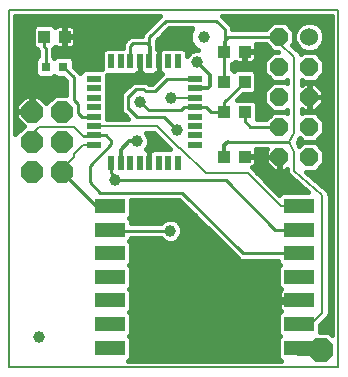
<source format=gtl>
G75*
G70*
%OFA0B0*%
%FSLAX24Y24*%
%IPPOS*%
%LPD*%
%AMOC8*
5,1,8,0,0,1.08239X$1,22.5*
%
%ADD10C,0.0080*%
%ADD11R,0.1000X0.0500*%
%ADD12OC8,0.0740*%
%ADD13C,0.0600*%
%ADD14OC8,0.0600*%
%ADD15R,0.0315X0.0315*%
%ADD16R,0.0394X0.0433*%
%ADD17R,0.0433X0.0394*%
%ADD18R,0.0220X0.0500*%
%ADD19R,0.0500X0.0220*%
%ADD20C,0.0394*%
%ADD21OC8,0.0827*%
%ADD22C,0.0100*%
%ADD23C,0.0120*%
%ADD24C,0.0396*%
%ADD25C,0.0160*%
%ADD26C,0.0400*%
D10*
X000730Y000780D02*
X011691Y000780D01*
X011691Y012682D01*
X000730Y012682D01*
X000730Y000780D01*
X002480Y007280D02*
X002480Y007380D01*
X002880Y007780D01*
X002880Y007878D01*
X003180Y008178D01*
X003540Y008178D01*
X003180Y008480D02*
X002880Y008780D01*
X001730Y008780D01*
X001480Y008530D01*
X003540Y008808D02*
X005652Y008808D01*
X006380Y008080D01*
X006430Y008080D01*
X007280Y007230D01*
X008682Y007230D01*
X009770Y006142D01*
X010380Y006142D01*
X011160Y006494D02*
X010230Y007303D01*
X010230Y007943D01*
X010063Y008280D01*
X010230Y008577D01*
X010230Y011100D01*
X009730Y011580D01*
X009730Y011780D01*
X006920Y009752D02*
X006898Y009730D01*
X006130Y009730D01*
X011160Y006494D02*
X011160Y002580D01*
X010785Y002205D01*
X010380Y002205D01*
D11*
X010380Y002205D03*
X010380Y001418D03*
X010380Y002993D03*
X010380Y003780D03*
X010380Y004567D03*
X010380Y005355D03*
X010380Y006142D03*
X004080Y006142D03*
X004080Y005355D03*
X004080Y004567D03*
X004080Y003780D03*
X004080Y002993D03*
X004080Y002205D03*
X004080Y001418D03*
D12*
X002480Y007280D03*
X002480Y008280D03*
X002480Y009280D03*
X001480Y009280D03*
X001480Y008280D03*
X001480Y007280D03*
D13*
X010730Y011780D03*
D14*
X010730Y010780D03*
X010730Y009780D03*
X010730Y008780D03*
X010730Y007780D03*
X009730Y007780D03*
X009730Y008780D03*
X009730Y009780D03*
X009730Y010780D03*
X009730Y011780D03*
D15*
X002525Y010780D03*
X001935Y010780D03*
D16*
X001895Y011780D03*
X002565Y011780D03*
X007895Y010280D03*
X008565Y010280D03*
D17*
X008565Y011280D03*
X007895Y011280D03*
X007895Y009280D03*
X008565Y009280D03*
X008565Y007780D03*
X007895Y007780D03*
D18*
X006332Y007590D03*
X006017Y007590D03*
X005702Y007590D03*
X005387Y007590D03*
X005073Y007590D03*
X004758Y007590D03*
X004443Y007590D03*
X004128Y007590D03*
X004128Y010970D03*
X004443Y010970D03*
X004758Y010970D03*
X005073Y010970D03*
X005387Y010970D03*
X005702Y010970D03*
X006017Y010970D03*
X006332Y010970D03*
D19*
X006920Y010382D03*
X006920Y010067D03*
X006920Y009752D03*
X006920Y009437D03*
X006920Y009123D03*
X006920Y008808D03*
X006920Y008493D03*
X006920Y008178D03*
X003540Y008178D03*
X003540Y008493D03*
X003540Y008808D03*
X003540Y009123D03*
X003540Y009437D03*
X003540Y009752D03*
X003540Y010067D03*
X003540Y010382D03*
D20*
X007230Y011780D03*
X001730Y001780D03*
D21*
X011130Y001330D03*
D22*
X010380Y004567D02*
X008517Y004567D01*
X006495Y006590D01*
X003740Y006590D01*
X003400Y006930D01*
X003400Y007470D01*
X004130Y008200D01*
X004130Y008320D01*
X003957Y008493D01*
X003540Y008493D01*
X003527Y008480D01*
X003180Y008480D01*
X003137Y009123D02*
X003030Y009230D01*
X003030Y009530D01*
X002880Y009680D01*
X002880Y010425D01*
X002525Y010780D01*
X001935Y010780D02*
X001935Y011414D01*
X001895Y011453D01*
X001895Y011780D01*
X003137Y009123D02*
X003540Y009123D01*
X004690Y009380D02*
X004700Y009380D01*
X004970Y009110D01*
X005880Y009110D01*
X005910Y009080D01*
X006310Y008680D01*
X006454Y009332D02*
X005385Y009332D01*
X005095Y009622D01*
X005270Y009960D02*
X005190Y010040D01*
X004950Y010040D01*
X004710Y009800D01*
X004690Y009800D01*
X004690Y009380D01*
X005270Y009960D02*
X005590Y009960D01*
X005990Y010360D01*
X006870Y010360D01*
X006920Y010382D01*
X006920Y009437D02*
X006560Y009437D01*
X006454Y009332D01*
X006920Y009437D02*
X007280Y009437D01*
X007437Y009280D01*
X007569Y009280D01*
X007895Y009280D01*
X007895Y009611D01*
X008565Y010280D01*
X007895Y010280D02*
X007895Y011280D01*
X007900Y011285D01*
X007900Y012040D01*
X007630Y012310D01*
X005940Y012310D01*
X005387Y011757D01*
X005387Y010970D01*
X005400Y010983D01*
X005400Y011460D01*
X005300Y011560D01*
X004840Y011560D01*
X004758Y011478D01*
X004758Y010970D01*
X007895Y011280D02*
X007895Y011647D01*
X008028Y011780D01*
X009730Y011780D01*
X008565Y009280D02*
X008565Y008973D01*
X008758Y008780D01*
X009730Y008780D01*
X010063Y008280D02*
X008018Y008280D01*
X007938Y006992D02*
X009575Y005355D01*
X010380Y005355D01*
X007938Y006992D02*
X004239Y006992D01*
X004239Y007118D01*
X004128Y007230D01*
X004128Y007590D01*
X003470Y006290D02*
X003780Y005980D01*
X003918Y005980D01*
X004080Y006142D01*
X003470Y006290D02*
X002480Y007280D01*
X001480Y008280D02*
X001480Y008530D01*
X003830Y005320D02*
X004070Y005320D01*
X004080Y005355D01*
X003830Y005320D02*
X006090Y005320D01*
D23*
X004443Y007590D02*
X004443Y008020D01*
X004721Y008299D01*
X004981Y008299D01*
X006920Y010067D02*
X007347Y010067D01*
X007410Y010130D01*
X007410Y010500D01*
X006980Y010930D01*
X008018Y008280D02*
X007895Y008157D01*
X007895Y007780D01*
X010380Y001418D02*
X010485Y001312D01*
X010485Y001280D01*
D24*
X006090Y005320D03*
X005300Y006050D03*
X004239Y006992D03*
X004981Y008299D03*
X005570Y008240D03*
X006310Y008680D03*
X006130Y009730D03*
X005095Y009622D03*
X004340Y010220D03*
X006980Y010930D03*
X009160Y011270D03*
X011240Y007140D03*
D25*
X011491Y007096D02*
X010834Y007096D01*
X011016Y006937D02*
X011491Y006937D01*
X011491Y006779D02*
X011198Y006779D01*
X011288Y006700D02*
X010622Y007280D01*
X010937Y007280D01*
X011230Y007573D01*
X011230Y007987D01*
X010937Y008280D01*
X011230Y008573D01*
X011230Y008987D01*
X010937Y009280D01*
X010523Y009280D01*
X010470Y009227D01*
X010470Y009389D01*
X010539Y009320D01*
X010720Y009320D01*
X010720Y009770D01*
X010740Y009770D01*
X010740Y009790D01*
X010720Y009790D01*
X010720Y010240D01*
X010539Y010240D01*
X010470Y010171D01*
X010470Y010333D01*
X010523Y010280D01*
X010937Y010280D01*
X011230Y010573D01*
X011230Y010987D01*
X010937Y011280D01*
X010523Y011280D01*
X010447Y011204D01*
X010434Y011236D01*
X010432Y011238D01*
X010431Y011240D01*
X010398Y011271D01*
X010366Y011303D01*
X010364Y011304D01*
X010158Y011501D01*
X010230Y011573D01*
X010230Y011987D01*
X009937Y012280D01*
X009523Y012280D01*
X009273Y012030D01*
X008150Y012030D01*
X008150Y012090D01*
X008112Y012182D01*
X008042Y012252D01*
X007812Y012482D01*
X011491Y012482D01*
X011491Y001837D01*
X011384Y001943D01*
X011080Y001943D01*
X011080Y002161D01*
X011296Y002377D01*
X011363Y002444D01*
X011400Y002532D01*
X011400Y006454D01*
X011402Y006463D01*
X011400Y006502D01*
X011400Y006541D01*
X011396Y006549D01*
X011396Y006558D01*
X011378Y006593D01*
X011363Y006630D01*
X011357Y006636D01*
X011353Y006643D01*
X011324Y006669D01*
X011296Y006697D01*
X011288Y006700D01*
X011367Y006620D02*
X011491Y006620D01*
X011491Y006462D02*
X011402Y006462D01*
X011400Y006303D02*
X011491Y006303D01*
X011491Y006145D02*
X011400Y006145D01*
X011400Y005986D02*
X011491Y005986D01*
X011491Y005828D02*
X011400Y005828D01*
X011400Y005669D02*
X011491Y005669D01*
X011491Y005511D02*
X011400Y005511D01*
X011400Y005352D02*
X011491Y005352D01*
X011491Y005194D02*
X011400Y005194D01*
X011400Y005035D02*
X011491Y005035D01*
X011491Y004877D02*
X011400Y004877D01*
X011400Y004718D02*
X011491Y004718D01*
X011491Y004560D02*
X011400Y004560D01*
X011400Y004401D02*
X011491Y004401D01*
X011491Y004243D02*
X011400Y004243D01*
X011400Y004084D02*
X011491Y004084D01*
X011491Y003926D02*
X011400Y003926D01*
X011400Y003767D02*
X011491Y003767D01*
X011491Y003609D02*
X011400Y003609D01*
X011400Y003450D02*
X011491Y003450D01*
X011491Y003292D02*
X011400Y003292D01*
X011400Y003133D02*
X011491Y003133D01*
X011491Y002975D02*
X011400Y002975D01*
X011400Y002816D02*
X011491Y002816D01*
X011491Y002658D02*
X011400Y002658D01*
X011386Y002499D02*
X011491Y002499D01*
X011491Y002341D02*
X011260Y002341D01*
X011296Y002377D02*
X011296Y002377D01*
X011101Y002182D02*
X011491Y002182D01*
X011491Y002024D02*
X011080Y002024D01*
X011462Y001865D02*
X011491Y001865D01*
X010335Y002948D02*
X010335Y003038D01*
X009720Y003038D01*
X009720Y003264D01*
X009731Y003304D01*
X009752Y003341D01*
X009769Y003358D01*
X009680Y003447D01*
X009680Y004113D01*
X009740Y004174D01*
X009680Y004235D01*
X009680Y004317D01*
X008467Y004317D01*
X008376Y004355D01*
X008305Y004426D01*
X006391Y006340D01*
X004780Y006340D01*
X004780Y005809D01*
X004720Y005749D01*
X004780Y005688D01*
X004780Y005570D01*
X005777Y005570D01*
X005864Y005658D01*
X006011Y005718D01*
X006169Y005718D01*
X006316Y005658D01*
X006428Y005546D01*
X006488Y005399D01*
X006488Y005241D01*
X006428Y005094D01*
X006316Y004982D01*
X006169Y004922D01*
X006011Y004922D01*
X005864Y004982D01*
X005777Y005070D01*
X004780Y005070D01*
X004780Y005022D01*
X004720Y004961D01*
X004780Y004900D01*
X004780Y004235D01*
X004720Y004174D01*
X004780Y004113D01*
X004780Y003447D01*
X004720Y003386D01*
X004780Y003325D01*
X004780Y002660D01*
X004720Y002599D01*
X004780Y002538D01*
X004780Y001872D01*
X004720Y001811D01*
X004780Y001751D01*
X004780Y001085D01*
X004675Y000980D01*
X009785Y000980D01*
X009680Y001085D01*
X009680Y001751D01*
X009740Y001811D01*
X009680Y001872D01*
X009680Y002538D01*
X009769Y002627D01*
X009752Y002644D01*
X009731Y002681D01*
X009720Y002722D01*
X009720Y002948D01*
X010335Y002948D01*
X010335Y002975D02*
X004780Y002975D01*
X004780Y003133D02*
X009720Y003133D01*
X009727Y003292D02*
X004780Y003292D01*
X004780Y003450D02*
X009680Y003450D01*
X009680Y003609D02*
X004780Y003609D01*
X004780Y003767D02*
X009680Y003767D01*
X009680Y003926D02*
X004780Y003926D01*
X004780Y004084D02*
X009680Y004084D01*
X009680Y004243D02*
X004780Y004243D01*
X004780Y004401D02*
X008330Y004401D01*
X008172Y004560D02*
X004780Y004560D01*
X004780Y004718D02*
X008013Y004718D01*
X007855Y004877D02*
X004780Y004877D01*
X004780Y005035D02*
X005812Y005035D01*
X006368Y005035D02*
X007696Y005035D01*
X007538Y005194D02*
X006469Y005194D01*
X006488Y005352D02*
X007379Y005352D01*
X007221Y005511D02*
X006442Y005511D01*
X006288Y005669D02*
X007062Y005669D01*
X006904Y005828D02*
X004780Y005828D01*
X004780Y005986D02*
X006745Y005986D01*
X006587Y006145D02*
X004780Y006145D01*
X004780Y006303D02*
X006428Y006303D01*
X005892Y005669D02*
X004780Y005669D01*
X005387Y007590D02*
X005387Y008000D01*
X005305Y008000D01*
X005276Y008030D01*
X005319Y008073D01*
X005380Y008220D01*
X005380Y008378D01*
X005319Y008524D01*
X005276Y008568D01*
X005553Y008568D01*
X006081Y008040D01*
X005510Y008040D01*
X005470Y008000D01*
X005387Y008000D01*
X005387Y007590D01*
X005387Y007590D01*
X005387Y007730D02*
X005387Y007730D01*
X005387Y007888D02*
X005387Y007888D01*
X005292Y008047D02*
X006074Y008047D01*
X005916Y008205D02*
X005374Y008205D01*
X005380Y008364D02*
X005757Y008364D01*
X005599Y008522D02*
X005320Y008522D01*
X004679Y009048D02*
X003990Y009048D01*
X003990Y009315D01*
X003990Y010520D01*
X004950Y010520D01*
X004990Y010560D01*
X005073Y010560D01*
X005155Y010560D01*
X005195Y010520D01*
X005580Y010520D01*
X005620Y010560D01*
X005702Y010560D01*
X005702Y010970D01*
X005702Y011380D01*
X005650Y011380D01*
X005650Y011510D01*
X005637Y011540D01*
X005637Y011654D01*
X006044Y012060D01*
X006812Y012060D01*
X006798Y012030D01*
X006778Y012001D01*
X006780Y011991D01*
X006779Y011989D01*
X006770Y011984D01*
X006761Y011951D01*
X006746Y011920D01*
X006750Y011910D01*
X006749Y011908D01*
X006741Y011901D01*
X006738Y011867D01*
X006729Y011834D01*
X006735Y011825D01*
X006734Y011822D01*
X006728Y011814D01*
X006731Y011780D01*
X006728Y011746D01*
X006734Y011738D01*
X006735Y011735D01*
X006729Y011726D01*
X006738Y011693D01*
X006741Y011659D01*
X006749Y011652D01*
X006750Y011650D01*
X006746Y011640D01*
X006761Y011609D01*
X006770Y011576D01*
X006779Y011571D01*
X006780Y011569D01*
X006778Y011559D01*
X006798Y011530D01*
X006812Y011499D01*
X006822Y011496D01*
X006823Y011494D01*
X006823Y011483D01*
X006848Y011459D01*
X006867Y011431D01*
X006878Y011429D01*
X006879Y011428D01*
X006881Y011417D01*
X006909Y011398D01*
X006933Y011373D01*
X006944Y011373D01*
X006946Y011372D01*
X006949Y011362D01*
X006980Y011348D01*
X007008Y011328D01*
X006901Y011328D01*
X006754Y011268D01*
X006642Y011156D01*
X006642Y011155D01*
X006642Y011303D01*
X006525Y011420D01*
X005825Y011420D01*
X005785Y011380D01*
X005702Y011380D01*
X005702Y010970D01*
X005702Y010970D01*
X005702Y010970D01*
X005702Y010560D01*
X005785Y010560D01*
X005811Y010534D01*
X005486Y010210D01*
X005374Y010210D01*
X005332Y010252D01*
X005240Y010290D01*
X004900Y010290D01*
X004808Y010252D01*
X004583Y010026D01*
X004548Y010012D01*
X004478Y009942D01*
X004440Y009850D01*
X004440Y009330D01*
X004478Y009238D01*
X004548Y009168D01*
X004565Y009161D01*
X004679Y009048D01*
X004570Y009156D02*
X003990Y009156D01*
X003990Y009315D02*
X004447Y009315D01*
X004440Y009473D02*
X003990Y009473D01*
X003990Y009632D02*
X004440Y009632D01*
X004440Y009790D02*
X003990Y009790D01*
X003990Y009949D02*
X004485Y009949D01*
X004663Y010107D02*
X003990Y010107D01*
X003990Y010266D02*
X004841Y010266D01*
X005073Y010560D02*
X005073Y010970D01*
X005073Y010560D01*
X005073Y010583D02*
X005073Y010583D01*
X005073Y010741D02*
X005073Y010741D01*
X005073Y010900D02*
X005073Y010900D01*
X005073Y010970D02*
X005073Y010970D01*
X004508Y011420D02*
X004508Y011527D01*
X004546Y011619D01*
X004628Y011702D01*
X004698Y011772D01*
X004790Y011810D01*
X005139Y011810D01*
X005176Y011899D01*
X005728Y012452D01*
X005728Y012452D01*
X005758Y012482D01*
X000930Y012482D01*
X000930Y008536D01*
X001202Y008808D01*
X000950Y009060D01*
X000950Y009260D01*
X001460Y009260D01*
X001460Y009300D01*
X001460Y009810D01*
X001260Y009810D01*
X000950Y009500D01*
X000950Y009300D01*
X001460Y009300D01*
X001500Y009300D01*
X001500Y009810D01*
X001700Y009810D01*
X001952Y009558D01*
X002244Y009850D01*
X002630Y009850D01*
X002630Y010322D01*
X002529Y010423D01*
X002285Y010423D01*
X002230Y010477D01*
X002175Y010423D01*
X001694Y010423D01*
X001577Y010540D01*
X001577Y011020D01*
X001685Y011128D01*
X001685Y011311D01*
X001683Y011312D01*
X001662Y011363D01*
X001616Y011363D01*
X001499Y011481D01*
X001499Y012079D01*
X001616Y012197D01*
X002175Y012197D01*
X002258Y012113D01*
X002270Y012125D01*
X002306Y012146D01*
X002347Y012157D01*
X002546Y012157D01*
X002546Y011798D01*
X002583Y011798D01*
X002921Y011798D01*
X002921Y012018D01*
X002911Y012058D01*
X002890Y012095D01*
X002860Y012125D01*
X002823Y012146D01*
X002783Y012157D01*
X002583Y012157D01*
X002583Y011798D01*
X002583Y011762D01*
X002921Y011762D01*
X002921Y011542D01*
X002911Y011502D01*
X002890Y011465D01*
X002860Y011435D01*
X002823Y011414D01*
X002783Y011403D01*
X002583Y011403D01*
X002583Y011762D01*
X002546Y011762D01*
X002546Y011403D01*
X002347Y011403D01*
X002306Y011414D01*
X002270Y011435D01*
X002258Y011447D01*
X002185Y011373D01*
X002185Y011128D01*
X002230Y011083D01*
X002285Y011137D01*
X002766Y011137D01*
X002883Y011020D01*
X002883Y010776D01*
X003090Y010569D01*
X003090Y010575D01*
X003207Y010692D01*
X003818Y010692D01*
X003818Y011303D01*
X003935Y011420D01*
X004508Y011420D01*
X004510Y011534D02*
X002919Y011534D01*
X002921Y011692D02*
X004618Y011692D01*
X005155Y011851D02*
X002921Y011851D01*
X002921Y012009D02*
X005285Y012009D01*
X005444Y012168D02*
X002204Y012168D01*
X002546Y012009D02*
X002583Y012009D01*
X002583Y011851D02*
X002546Y011851D01*
X002546Y011692D02*
X002583Y011692D01*
X002583Y011534D02*
X002546Y011534D01*
X002187Y011375D02*
X003890Y011375D01*
X003818Y011217D02*
X002185Y011217D01*
X001685Y011217D02*
X000930Y011217D01*
X000930Y011375D02*
X001604Y011375D01*
X001499Y011534D02*
X000930Y011534D01*
X000930Y011692D02*
X001499Y011692D01*
X001499Y011851D02*
X000930Y011851D01*
X000930Y012009D02*
X001499Y012009D01*
X001587Y012168D02*
X000930Y012168D01*
X000930Y012326D02*
X005602Y012326D01*
X005993Y012009D02*
X006783Y012009D01*
X006734Y011851D02*
X005834Y011851D01*
X005676Y011692D02*
X006738Y011692D01*
X006795Y011534D02*
X005640Y011534D01*
X005702Y011375D02*
X005702Y011375D01*
X005702Y011217D02*
X005702Y011217D01*
X005702Y011058D02*
X005702Y011058D01*
X005702Y010900D02*
X005702Y010900D01*
X005702Y010741D02*
X005702Y010741D01*
X005702Y010583D02*
X005702Y010583D01*
X005700Y010424D02*
X003990Y010424D01*
X003818Y010741D02*
X002918Y010741D01*
X002883Y010900D02*
X003818Y010900D01*
X003818Y011058D02*
X002845Y011058D01*
X003076Y010583D02*
X003097Y010583D01*
X002630Y010266D02*
X000930Y010266D01*
X000930Y010424D02*
X001693Y010424D01*
X001577Y010583D02*
X000930Y010583D01*
X000930Y010741D02*
X001577Y010741D01*
X001577Y010900D02*
X000930Y010900D01*
X000930Y011058D02*
X001615Y011058D01*
X002177Y010424D02*
X002283Y010424D01*
X002630Y010107D02*
X000930Y010107D01*
X000930Y009949D02*
X002630Y009949D01*
X002184Y009790D02*
X001720Y009790D01*
X001878Y009632D02*
X002025Y009632D01*
X001500Y009632D02*
X001460Y009632D01*
X001460Y009790D02*
X001500Y009790D01*
X001240Y009790D02*
X000930Y009790D01*
X000930Y009632D02*
X001082Y009632D01*
X000950Y009473D02*
X000930Y009473D01*
X000930Y009315D02*
X000950Y009315D01*
X000950Y009156D02*
X000930Y009156D01*
X000930Y008998D02*
X001013Y008998D01*
X000930Y008839D02*
X001171Y008839D01*
X001074Y008681D02*
X000930Y008681D01*
X001460Y009315D02*
X001500Y009315D01*
X001500Y009473D02*
X001460Y009473D01*
X005299Y010266D02*
X005542Y010266D01*
X006570Y011375D02*
X006932Y011375D01*
X006704Y011217D02*
X006642Y011217D01*
X007968Y012326D02*
X011491Y012326D01*
X011491Y012168D02*
X011050Y012168D01*
X011013Y012204D02*
X010829Y012280D01*
X010631Y012280D01*
X010447Y012204D01*
X010306Y012063D01*
X010230Y011879D01*
X010230Y011681D01*
X010306Y011497D01*
X010447Y011356D01*
X010631Y011280D01*
X010829Y011280D01*
X011013Y011356D01*
X011154Y011497D01*
X011230Y011681D01*
X011230Y011879D01*
X011154Y012063D01*
X011013Y012204D01*
X011176Y012009D02*
X011491Y012009D01*
X011491Y011851D02*
X011230Y011851D01*
X011230Y011692D02*
X011491Y011692D01*
X011491Y011534D02*
X011169Y011534D01*
X011032Y011375D02*
X011491Y011375D01*
X011491Y011217D02*
X011001Y011217D01*
X011159Y011058D02*
X011491Y011058D01*
X011491Y010900D02*
X011230Y010900D01*
X011230Y010741D02*
X011491Y010741D01*
X011491Y010583D02*
X011230Y010583D01*
X011081Y010424D02*
X011491Y010424D01*
X011491Y010266D02*
X010470Y010266D01*
X010740Y010240D02*
X010740Y009790D01*
X011190Y009790D01*
X011190Y009971D01*
X010921Y010240D01*
X010740Y010240D01*
X010740Y010107D02*
X010720Y010107D01*
X010720Y009949D02*
X010740Y009949D01*
X010740Y009790D02*
X010720Y009790D01*
X010740Y009770D02*
X010740Y009320D01*
X010921Y009320D01*
X011190Y009589D01*
X011190Y009770D01*
X010740Y009770D01*
X010740Y009632D02*
X010720Y009632D01*
X010720Y009473D02*
X010740Y009473D01*
X010470Y009315D02*
X011491Y009315D01*
X011491Y009473D02*
X011074Y009473D01*
X011190Y009632D02*
X011491Y009632D01*
X011491Y009790D02*
X011190Y009790D01*
X011190Y009949D02*
X011491Y009949D01*
X011491Y010107D02*
X011054Y010107D01*
X011061Y009156D02*
X011491Y009156D01*
X011491Y008998D02*
X011220Y008998D01*
X011230Y008839D02*
X011491Y008839D01*
X011491Y008681D02*
X011230Y008681D01*
X011179Y008522D02*
X011491Y008522D01*
X011491Y008364D02*
X011021Y008364D01*
X010937Y008280D02*
X010523Y008280D01*
X010405Y008398D01*
X010334Y008273D01*
X010394Y008152D01*
X010523Y008280D01*
X010937Y008280D01*
X011012Y008205D02*
X011491Y008205D01*
X011491Y008047D02*
X011171Y008047D01*
X011230Y007888D02*
X011491Y007888D01*
X011491Y007730D02*
X011230Y007730D01*
X011228Y007571D02*
X011491Y007571D01*
X011491Y007413D02*
X011070Y007413D01*
X010652Y007254D02*
X011491Y007254D01*
X010681Y006592D02*
X009797Y006592D01*
X009728Y006523D01*
X008823Y007429D01*
X008843Y007434D01*
X008879Y007455D01*
X008909Y007485D01*
X008930Y007521D01*
X008941Y007562D01*
X008941Y007762D01*
X008583Y007762D01*
X008583Y007798D01*
X008941Y007798D01*
X008941Y007998D01*
X008933Y008030D01*
X009329Y008030D01*
X009270Y007971D01*
X009270Y007790D01*
X009720Y007790D01*
X009720Y007770D01*
X009740Y007770D01*
X009740Y007320D01*
X009921Y007320D01*
X009990Y007389D01*
X009990Y007343D01*
X009987Y007334D01*
X009990Y007295D01*
X009990Y007256D01*
X009993Y007248D01*
X009994Y007239D01*
X010011Y007204D01*
X010026Y007167D01*
X010032Y007161D01*
X010036Y007154D01*
X010066Y007128D01*
X010094Y007100D01*
X010102Y007097D01*
X010681Y006592D01*
X010649Y006620D02*
X009631Y006620D01*
X009473Y006779D02*
X010467Y006779D01*
X010285Y006937D02*
X009314Y006937D01*
X009156Y007096D02*
X010103Y007096D01*
X009991Y007254D02*
X008997Y007254D01*
X008839Y007413D02*
X009447Y007413D01*
X009539Y007320D02*
X009720Y007320D01*
X009720Y007770D01*
X009270Y007770D01*
X009270Y007589D01*
X009539Y007320D01*
X009720Y007413D02*
X009740Y007413D01*
X009740Y007571D02*
X009720Y007571D01*
X009720Y007730D02*
X009740Y007730D01*
X009270Y007730D02*
X008941Y007730D01*
X008941Y007888D02*
X009270Y007888D01*
X009288Y007571D02*
X008941Y007571D01*
X008981Y009030D02*
X008981Y009560D01*
X008864Y009677D01*
X008315Y009677D01*
X008502Y009863D01*
X008844Y009863D01*
X008961Y009981D01*
X008961Y010579D01*
X008844Y010697D01*
X008285Y010697D01*
X008230Y010642D01*
X008175Y010697D01*
X008145Y010697D01*
X008145Y010883D01*
X008195Y010883D01*
X008261Y010949D01*
X008286Y010934D01*
X008327Y010923D01*
X008546Y010923D01*
X008546Y011262D01*
X008583Y011262D01*
X008583Y011298D01*
X008941Y011298D01*
X008941Y011498D01*
X008933Y011530D01*
X009273Y011530D01*
X009523Y011280D01*
X009230Y010987D01*
X009230Y010573D01*
X009523Y010280D01*
X009230Y009987D01*
X009230Y009573D01*
X009523Y009280D01*
X009273Y009030D01*
X008981Y009030D01*
X008981Y009156D02*
X009399Y009156D01*
X009523Y009280D02*
X009937Y009280D01*
X009990Y009227D01*
X009990Y009333D01*
X009937Y009280D01*
X009523Y009280D01*
X009488Y009315D02*
X008981Y009315D01*
X008981Y009473D02*
X009330Y009473D01*
X009230Y009632D02*
X008909Y009632D01*
X008929Y009949D02*
X009230Y009949D01*
X009230Y009790D02*
X008428Y009790D01*
X008961Y010107D02*
X009350Y010107D01*
X009508Y010266D02*
X008961Y010266D01*
X008961Y010424D02*
X009379Y010424D01*
X009523Y010280D02*
X009937Y010280D01*
X009523Y010280D01*
X009230Y010583D02*
X008958Y010583D01*
X009230Y010741D02*
X008145Y010741D01*
X008211Y010900D02*
X009230Y010900D01*
X009301Y011058D02*
X008940Y011058D01*
X008941Y011062D02*
X008941Y011262D01*
X008583Y011262D01*
X008583Y010923D01*
X008802Y010923D01*
X008843Y010934D01*
X008879Y010955D01*
X008909Y010985D01*
X008930Y011021D01*
X008941Y011062D01*
X008941Y011217D02*
X009459Y011217D01*
X009523Y011280D02*
X009696Y011280D01*
X009696Y011280D01*
X009523Y011280D01*
X009428Y011375D02*
X008941Y011375D01*
X008583Y011217D02*
X008546Y011217D01*
X008546Y011058D02*
X008583Y011058D01*
X008118Y012168D02*
X009410Y012168D01*
X010050Y012168D02*
X010410Y012168D01*
X010284Y012009D02*
X010208Y012009D01*
X010230Y011851D02*
X010230Y011851D01*
X010230Y011692D02*
X010230Y011692D01*
X010191Y011534D02*
X010291Y011534D01*
X010290Y011375D02*
X010428Y011375D01*
X010442Y011217D02*
X010459Y011217D01*
X009990Y010333D02*
X009990Y010227D01*
X009937Y010280D01*
X009990Y010333D01*
X009990Y010266D02*
X009952Y010266D01*
X009972Y009315D02*
X009990Y009315D01*
X010385Y008364D02*
X010439Y008364D01*
X010448Y008205D02*
X010368Y008205D01*
X009720Y002816D02*
X004780Y002816D01*
X004778Y002658D02*
X009744Y002658D01*
X009680Y002499D02*
X004780Y002499D01*
X004780Y002341D02*
X009680Y002341D01*
X009680Y002182D02*
X004780Y002182D01*
X004780Y002024D02*
X009680Y002024D01*
X009687Y001865D02*
X004773Y001865D01*
X004780Y001707D02*
X009680Y001707D01*
X009680Y001548D02*
X004780Y001548D01*
X004780Y001390D02*
X009680Y001390D01*
X009680Y001231D02*
X004780Y001231D01*
X004768Y001073D02*
X009692Y001073D01*
D26*
X010380Y001330D02*
X010380Y001418D01*
X010380Y001330D02*
X011130Y001330D01*
M02*

</source>
